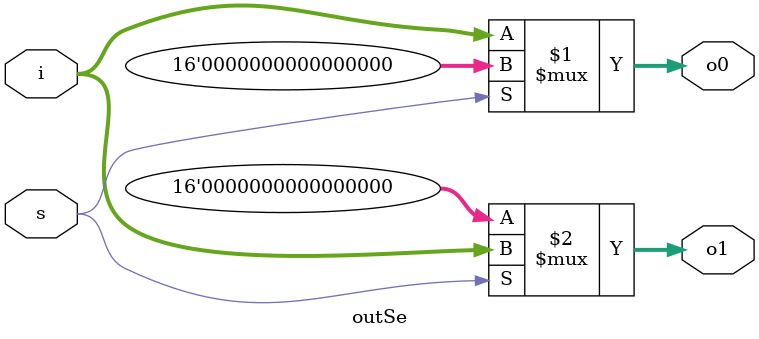
<source format=v>
module outSe(i, s, o0, o1);
input s;
input [15:0] i;
output [15:0] o0;
output [15:0] o1;
assign o0 = s ? 16'b0 : i;
assign o1 = s ? i : 16'b0;
endmodule
</source>
